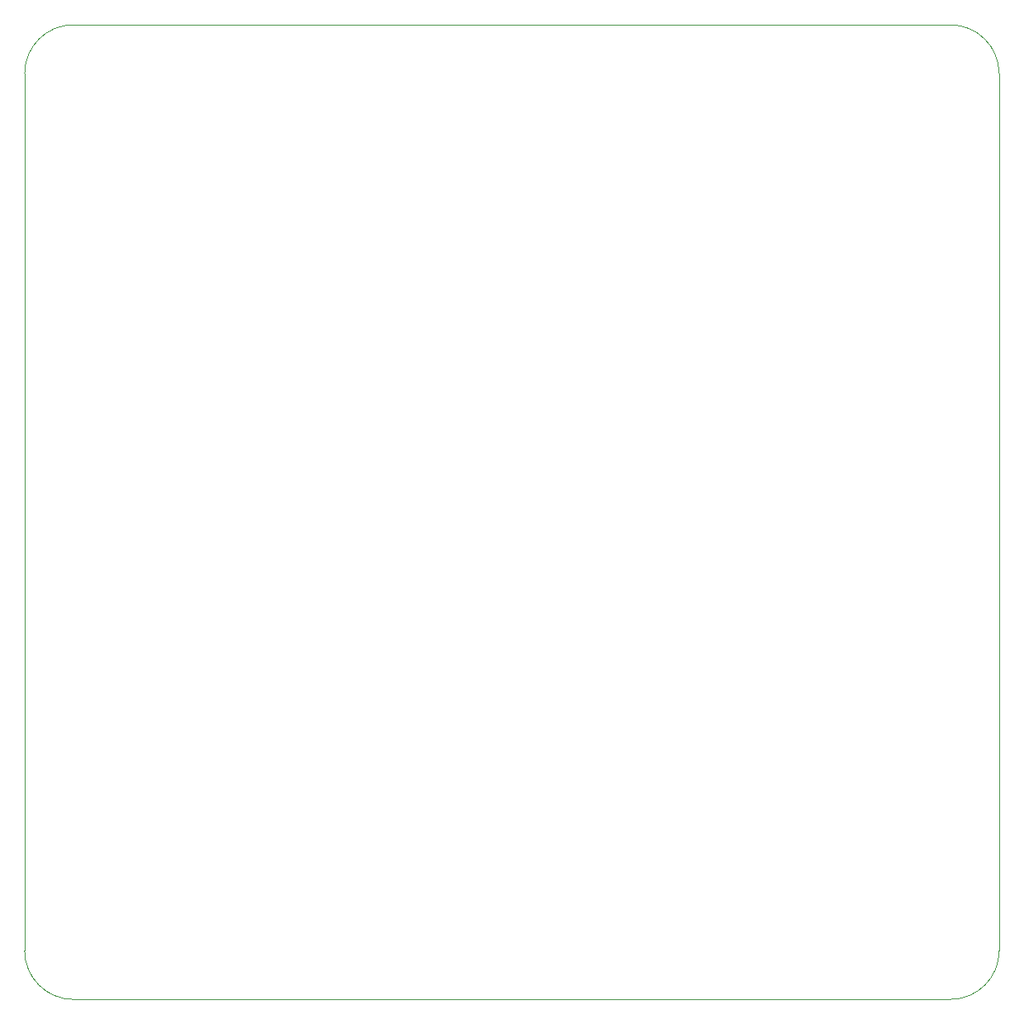
<source format=gbr>
%TF.GenerationSoftware,KiCad,Pcbnew,(5.1.9)-1*%
%TF.CreationDate,2021-11-07T00:19:36+01:00*%
%TF.ProjectId,RelayBoard,52656c61-7942-46f6-9172-642e6b696361,Version 1 *%
%TF.SameCoordinates,Original*%
%TF.FileFunction,Profile,NP*%
%FSLAX46Y46*%
G04 Gerber Fmt 4.6, Leading zero omitted, Abs format (unit mm)*
G04 Created by KiCad (PCBNEW (5.1.9)-1) date 2021-11-07 00:19:36*
%MOMM*%
%LPD*%
G01*
G04 APERTURE LIST*
%TA.AperFunction,Profile*%
%ADD10C,0.050000*%
%TD*%
G04 APERTURE END LIST*
D10*
X65320000Y-95190000D02*
X155310000Y-95190000D01*
X60320000Y-190190000D02*
X60320000Y-100190000D01*
X155320000Y-195190000D02*
X65320000Y-195190000D01*
X160310000Y-100190000D02*
X160320000Y-190190000D01*
X65320000Y-195190000D02*
G75*
G02*
X60320000Y-190190000I0J5000000D01*
G01*
X160320000Y-190190000D02*
G75*
G02*
X155320000Y-195190000I-5000000J0D01*
G01*
X155310000Y-95190000D02*
G75*
G02*
X160310000Y-100190000I0J-5000000D01*
G01*
X60320000Y-100190000D02*
G75*
G02*
X65320000Y-95190000I5000000J0D01*
G01*
M02*

</source>
